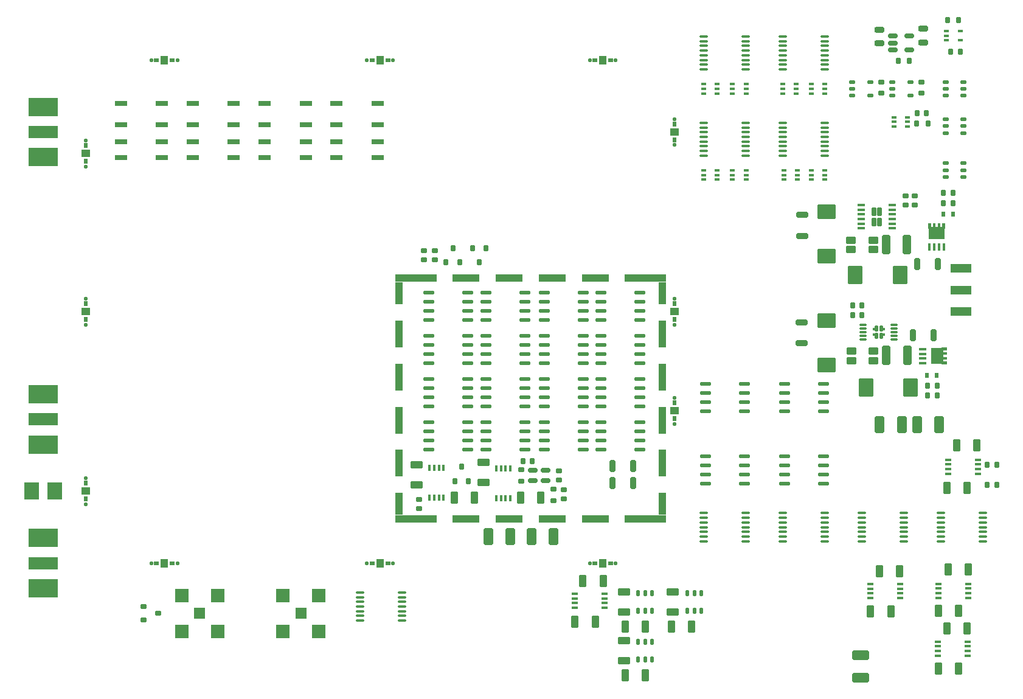
<source format=gtp>
%TF.GenerationSoftware,KiCad,Pcbnew,(6.0.11)*%
%TF.CreationDate,2023-08-11T21:29:26-04:00*%
%TF.ProjectId,1fNoiseAmplifierRev13,31664e6f-6973-4654-916d-706c69666965,rev?*%
%TF.SameCoordinates,Original*%
%TF.FileFunction,Paste,Top*%
%TF.FilePolarity,Positive*%
%FSLAX46Y46*%
G04 Gerber Fmt 4.6, Leading zero omitted, Abs format (unit mm)*
G04 Created by KiCad (PCBNEW (6.0.11)) date 2023-08-11 21:29:26*
%MOMM*%
%LPD*%
G01*
G04 APERTURE LIST*
G04 Aperture macros list*
%AMRoundRect*
0 Rectangle with rounded corners*
0 $1 Rounding radius*
0 $2 $3 $4 $5 $6 $7 $8 $9 X,Y pos of 4 corners*
0 Add a 4 corners polygon primitive as box body*
4,1,4,$2,$3,$4,$5,$6,$7,$8,$9,$2,$3,0*
0 Add four circle primitives for the rounded corners*
1,1,$1+$1,$2,$3*
1,1,$1+$1,$4,$5*
1,1,$1+$1,$6,$7*
1,1,$1+$1,$8,$9*
0 Add four rect primitives between the rounded corners*
20,1,$1+$1,$2,$3,$4,$5,0*
20,1,$1+$1,$4,$5,$6,$7,0*
20,1,$1+$1,$6,$7,$8,$9,0*
20,1,$1+$1,$8,$9,$2,$3,0*%
%AMFreePoly0*
4,1,21,1.372500,0.787500,0.862500,0.787500,0.862500,0.532500,1.372500,0.532500,1.372500,0.127500,0.862500,0.127500,0.862500,-0.127500,1.372500,-0.127500,1.372500,-0.532500,0.862500,-0.532500,0.862500,-0.787500,1.372500,-0.787500,1.372500,-1.195000,0.612500,-1.195000,0.612500,-1.117500,-0.862500,-1.117500,-0.862500,1.117500,0.612500,1.117500,0.612500,1.195000,1.372500,1.195000,
1.372500,0.787500,1.372500,0.787500,$1*%
G04 Aperture macros list end*
%ADD10R,0.650000X0.400000*%
%ADD11RoundRect,0.137500X-0.262500X-0.137500X0.262500X-0.137500X0.262500X0.137500X-0.262500X0.137500X0*%
%ADD12RoundRect,0.150000X-0.150000X-0.300000X0.150000X-0.300000X0.150000X0.300000X-0.150000X0.300000X0*%
%ADD13RoundRect,0.175000X0.275000X-0.175000X0.275000X0.175000X-0.275000X0.175000X-0.275000X-0.175000X0*%
%ADD14RoundRect,0.175000X0.175000X0.275000X-0.175000X0.275000X-0.175000X-0.275000X0.175000X-0.275000X0*%
%ADD15RoundRect,0.250000X-1.025000X0.787500X-1.025000X-0.787500X1.025000X-0.787500X1.025000X0.787500X0*%
%ADD16RoundRect,0.250000X0.325000X1.100000X-0.325000X1.100000X-0.325000X-1.100000X0.325000X-1.100000X0*%
%ADD17RoundRect,0.250000X-0.325000X-1.100000X0.325000X-1.100000X0.325000X1.100000X-0.325000X1.100000X0*%
%ADD18RoundRect,0.250000X1.025000X-0.787500X1.025000X0.787500X-1.025000X0.787500X-1.025000X-0.787500X0*%
%ADD19RoundRect,0.150000X0.300000X-0.150000X0.300000X0.150000X-0.300000X0.150000X-0.300000X-0.150000X0*%
%ADD20RoundRect,0.150000X-0.300000X0.150000X-0.300000X-0.150000X0.300000X-0.150000X0.300000X0.150000X0*%
%ADD21RoundRect,0.198450X0.464050X0.326550X-0.464050X0.326550X-0.464050X-0.326550X0.464050X-0.326550X0*%
%ADD22RoundRect,0.172500X0.172500X0.422500X-0.172500X0.422500X-0.172500X-0.422500X0.172500X-0.422500X0*%
%ADD23RoundRect,0.095000X0.405000X0.095000X-0.405000X0.095000X-0.405000X-0.095000X0.405000X-0.095000X0*%
%ADD24RoundRect,0.177778X-0.697222X0.222222X-0.697222X-0.222222X0.697222X-0.222222X0.697222X0.222222X0*%
%ADD25RoundRect,0.198450X-0.464050X-0.326550X0.464050X-0.326550X0.464050X0.326550X-0.464050X0.326550X0*%
%ADD26RoundRect,0.040000X0.210000X0.160000X-0.210000X0.160000X-0.210000X-0.160000X0.210000X-0.160000X0*%
%ADD27RoundRect,0.050000X0.200000X0.375000X-0.200000X0.375000X-0.200000X-0.375000X0.200000X-0.375000X0*%
%ADD28RoundRect,0.011600X0.458400X-0.108000X0.458400X0.108000X-0.458400X0.108000X-0.458400X-0.108000X0*%
%ADD29RoundRect,0.217391X-0.282609X-0.657609X0.282609X-0.657609X0.282609X0.657609X-0.282609X0.657609X0*%
%ADD30RoundRect,0.048000X0.202000X-0.192000X0.202000X0.192000X-0.202000X0.192000X-0.202000X-0.192000X0*%
%ADD31RoundRect,0.050000X0.200000X-0.300000X0.200000X0.300000X-0.200000X0.300000X-0.200000X-0.300000X0*%
%ADD32RoundRect,0.110000X0.490000X-0.440000X0.490000X0.440000X-0.490000X0.440000X-0.490000X-0.440000X0*%
%ADD33RoundRect,0.175000X-0.485000X0.175000X-0.485000X-0.175000X0.485000X-0.175000X0.485000X0.175000X0*%
%ADD34R,0.600000X0.700000*%
%ADD35RoundRect,0.080000X-0.350000X-0.100000X0.350000X-0.100000X0.350000X0.100000X-0.350000X0.100000X0*%
%ADD36R,1.800000X0.800000*%
%ADD37RoundRect,0.050000X-0.550000X-0.125000X0.550000X-0.125000X0.550000X0.125000X-0.550000X0.125000X0*%
%ADD38RoundRect,0.250000X0.412500X0.925000X-0.412500X0.925000X-0.412500X-0.925000X0.412500X-0.925000X0*%
%ADD39RoundRect,0.175000X-0.175000X-0.275000X0.175000X-0.275000X0.175000X0.275000X-0.175000X0.275000X0*%
%ADD40RoundRect,0.130000X-0.645000X-0.130000X0.645000X-0.130000X0.645000X0.130000X-0.645000X0.130000X0*%
%ADD41RoundRect,0.217391X0.657609X-0.282609X0.657609X0.282609X-0.657609X0.282609X-0.657609X-0.282609X0*%
%ADD42RoundRect,0.177778X0.222222X0.697222X-0.222222X0.697222X-0.222222X-0.697222X0.222222X-0.697222X0*%
%ADD43R,2.920000X1.270000*%
%ADD44RoundRect,0.217391X0.282609X0.657609X-0.282609X0.657609X-0.282609X-0.657609X0.282609X-0.657609X0*%
%ADD45RoundRect,0.130000X0.645000X0.130000X-0.645000X0.130000X-0.645000X-0.130000X0.645000X-0.130000X0*%
%ADD46RoundRect,0.080000X0.100000X-0.350000X0.100000X0.350000X-0.100000X0.350000X-0.100000X-0.350000X0*%
%ADD47RoundRect,0.050000X0.550000X0.125000X-0.550000X0.125000X-0.550000X-0.125000X0.550000X-0.125000X0*%
%ADD48R,1.000000X1.000000*%
%ADD49R,1.000000X3.140000*%
%ADD50R,3.800000X1.000000*%
%ADD51R,1.000000X3.800000*%
%ADD52R,4.720000X1.000000*%
%ADD53RoundRect,0.175000X-0.275000X-0.175000X0.275000X-0.175000X0.275000X0.175000X-0.275000X0.175000X0*%
%ADD54RoundRect,0.076000X-0.684000X-0.684000X0.684000X-0.684000X0.684000X0.684000X-0.684000X0.684000X0*%
%ADD55RoundRect,0.095500X-0.859500X-0.859500X0.859500X-0.859500X0.859500X0.859500X-0.859500X0.859500X0*%
%ADD56R,0.990000X0.405000*%
%ADD57FreePoly0,0.000000*%
%ADD58RoundRect,0.250000X-0.787500X-1.025000X0.787500X-1.025000X0.787500X1.025000X-0.787500X1.025000X0*%
%ADD59RoundRect,0.050000X-0.300000X-0.200000X0.300000X-0.200000X0.300000X0.200000X-0.300000X0.200000X0*%
%ADD60RoundRect,0.048000X-0.192000X-0.202000X0.192000X-0.202000X0.192000X0.202000X-0.192000X0.202000X0*%
%ADD61RoundRect,0.110000X-0.440000X-0.490000X0.440000X-0.490000X0.440000X0.490000X-0.440000X0.490000X0*%
%ADD62R,4.190000X1.780000*%
%ADD63R,4.190000X2.665000*%
%ADD64RoundRect,0.250000X-0.925000X0.412500X-0.925000X-0.412500X0.925000X-0.412500X0.925000X0.412500X0*%
%ADD65RoundRect,0.150000X0.150000X0.300000X-0.150000X0.300000X-0.150000X-0.300000X0.150000X-0.300000X0*%
%ADD66RoundRect,0.175000X0.175000X-0.275000X0.175000X0.275000X-0.175000X0.275000X-0.175000X-0.275000X0*%
%ADD67RoundRect,0.137500X0.137500X-0.262500X0.137500X0.262500X-0.137500X0.262500X-0.137500X-0.262500X0*%
%ADD68RoundRect,0.200000X0.475000X-0.200000X0.475000X0.200000X-0.475000X0.200000X-0.475000X-0.200000X0*%
%ADD69RoundRect,0.217391X-0.657609X0.282609X-0.657609X-0.282609X0.657609X-0.282609X0.657609X0.282609X0*%
%ADD70RoundRect,0.150000X-0.512500X-0.150000X0.512500X-0.150000X0.512500X0.150000X-0.512500X0.150000X0*%
%ADD71RoundRect,0.250000X-0.412500X-0.925000X0.412500X-0.925000X0.412500X0.925000X-0.412500X0.925000X0*%
%ADD72RoundRect,0.175000X-0.175000X0.275000X-0.175000X-0.275000X0.175000X-0.275000X0.175000X0.275000X0*%
%ADD73RoundRect,0.250000X0.787500X1.025000X-0.787500X1.025000X-0.787500X-1.025000X0.787500X-1.025000X0*%
%ADD74RoundRect,0.175000X-0.275000X0.175000X-0.275000X-0.175000X0.275000X-0.175000X0.275000X0.175000X0*%
%ADD75RoundRect,0.076000X-0.684000X0.684000X-0.684000X-0.684000X0.684000X-0.684000X0.684000X0.684000X0*%
%ADD76RoundRect,0.095500X-0.859500X0.859500X-0.859500X-0.859500X0.859500X-0.859500X0.859500X0.859500X0*%
%ADD77R,2.010000X2.390000*%
%ADD78R,0.405000X0.990000*%
%ADD79FreePoly0,90.000000*%
G04 APERTURE END LIST*
D10*
%TO.C,U28*%
X164286206Y-67629869D03*
X164286206Y-68279869D03*
X164286206Y-68929869D03*
X162386206Y-68929869D03*
X162386206Y-68279869D03*
X162386206Y-67629869D03*
%TD*%
D11*
%TO.C,U34*%
X162186206Y-62729869D03*
X162186206Y-63679869D03*
X162186206Y-64629869D03*
X164686206Y-64629869D03*
X164686206Y-62729869D03*
%TD*%
%TO.C,U33*%
X156586206Y-62729869D03*
X156586206Y-63679869D03*
X156586206Y-64629869D03*
X159086206Y-64629869D03*
X159086206Y-62729869D03*
%TD*%
D12*
%TO.C,R24*%
X165586206Y-67079869D03*
X166886206Y-67079869D03*
%TD*%
D13*
%TO.C,C42*%
X160636206Y-64254869D03*
X160636206Y-62704869D03*
%TD*%
%TO.C,C43*%
X166236206Y-64254869D03*
X166236206Y-62704869D03*
%TD*%
D14*
%TO.C,C41*%
X167111206Y-68479869D03*
X165561206Y-68479869D03*
%TD*%
D15*
%TO.C,C32*%
X153011206Y-95917369D03*
X153011206Y-102142369D03*
%TD*%
D16*
%TO.C,C34*%
X164286206Y-100729869D03*
X161336206Y-100729869D03*
%TD*%
D17*
%TO.C,C40*%
X161266206Y-85379869D03*
X164216206Y-85379869D03*
%TD*%
D18*
%TO.C,C38*%
X153041206Y-86992369D03*
X153041206Y-80767369D03*
%TD*%
D19*
%TO.C,R22*%
X163991206Y-79879869D03*
X163991206Y-78579869D03*
%TD*%
D12*
%TO.C,R15*%
X156611206Y-93807369D03*
X157911206Y-93807369D03*
%TD*%
%TO.C,R14*%
X156611206Y-95179869D03*
X157911206Y-95179869D03*
%TD*%
D20*
%TO.C,R21*%
X165311206Y-78579869D03*
X165311206Y-79879869D03*
%TD*%
D12*
%TO.C,R12*%
X167086206Y-106379869D03*
X168386206Y-106379869D03*
%TD*%
%TO.C,R23*%
X169286206Y-78179869D03*
X170586206Y-78179869D03*
%TD*%
D21*
%TO.C,C39*%
X159478706Y-86029869D03*
X159478706Y-84729869D03*
X156403706Y-86029869D03*
X156403706Y-84729869D03*
%TD*%
D22*
%TO.C,U21*%
X159581206Y-80769869D03*
X160401206Y-82189869D03*
X160401206Y-80769869D03*
X159581206Y-82189869D03*
D23*
X162141206Y-83104869D03*
X162141206Y-82454869D03*
X162141206Y-81804869D03*
X162141206Y-81154869D03*
X162141206Y-80504869D03*
X162141206Y-79854869D03*
X157841206Y-79854869D03*
X157841206Y-80504869D03*
X157841206Y-81154869D03*
X157841206Y-81804869D03*
X157841206Y-82454869D03*
X157841206Y-83104869D03*
%TD*%
D24*
%TO.C,R19*%
X149611206Y-81229869D03*
X149611206Y-84129869D03*
%TD*%
%TO.C,R13*%
X149561206Y-96182369D03*
X149561206Y-99082369D03*
%TD*%
D25*
%TO.C,C33*%
X156473706Y-100179869D03*
X156473706Y-101479869D03*
X159548706Y-100179869D03*
X159548706Y-101479869D03*
%TD*%
D26*
%TO.C,U20*%
X160836206Y-97904869D03*
D27*
X160586206Y-98029869D03*
X159936206Y-97029869D03*
D26*
X159711206Y-97154869D03*
D27*
X160586206Y-97029869D03*
D26*
X160836206Y-97154869D03*
X159711206Y-97904869D03*
D27*
X159936206Y-98029869D03*
D28*
X162411206Y-98529869D03*
X162411206Y-98029869D03*
X162411206Y-97529869D03*
X162411206Y-97029869D03*
X162411206Y-96529869D03*
X158111206Y-96529869D03*
X158111206Y-97029869D03*
X158111206Y-97529869D03*
X158111206Y-98029869D03*
X158111206Y-98529869D03*
%TD*%
D29*
%TO.C,C8*%
X131391832Y-138479869D03*
X134191832Y-138479869D03*
%TD*%
D30*
%TO.C,J18*%
X131836206Y-71489869D03*
D31*
X131836206Y-70779869D03*
D30*
X131836206Y-67869869D03*
D32*
X131836206Y-69679869D03*
D31*
X131836206Y-68579869D03*
%TD*%
D33*
%TO.C,R4*%
X113910142Y-116729869D03*
X113910142Y-118229869D03*
%TD*%
D34*
%TO.C,D3*%
X168336206Y-103579869D03*
X166936206Y-103579869D03*
%TD*%
D35*
%TO.C,U7*%
X159061206Y-132604869D03*
X159061206Y-133254869D03*
X159061206Y-133904869D03*
X159061206Y-134554869D03*
X163211206Y-134554869D03*
X163211206Y-133904869D03*
X163211206Y-133254869D03*
X163211206Y-132604869D03*
%TD*%
%TO.C,U2*%
X168486206Y-140604869D03*
X168486206Y-141254869D03*
X168486206Y-141904869D03*
X168486206Y-142554869D03*
X172636206Y-142554869D03*
X172636206Y-141904869D03*
X172636206Y-141254869D03*
X172636206Y-140604869D03*
%TD*%
D36*
%TO.C,K1*%
X54786206Y-65679869D03*
X54786206Y-68679869D03*
X54786206Y-71079869D03*
X54786206Y-73279869D03*
X60486206Y-73279869D03*
X60486206Y-71079869D03*
X60486206Y-68679869D03*
X60486206Y-65679869D03*
%TD*%
D37*
%TO.C,U12*%
X168936206Y-122729869D03*
X168936206Y-123379869D03*
X168936206Y-124029869D03*
X168936206Y-124679869D03*
X168936206Y-125329869D03*
X168936206Y-125979869D03*
X168936206Y-126629869D03*
X174736206Y-126629869D03*
X174736206Y-125979869D03*
X174736206Y-125329869D03*
X174736206Y-124679869D03*
X174736206Y-124029869D03*
X174736206Y-123379869D03*
X174736206Y-122729869D03*
%TD*%
D38*
%TO.C,C30*%
X168673706Y-110379869D03*
X165598706Y-110379869D03*
%TD*%
D39*
%TO.C,C46*%
X162961206Y-59779869D03*
X164511206Y-59779869D03*
%TD*%
D37*
%TO.C,U26*%
X135936206Y-68404869D03*
X135936206Y-69054869D03*
X135936206Y-69704869D03*
X135936206Y-70354869D03*
X135936206Y-71004869D03*
X135936206Y-71654869D03*
X135936206Y-72304869D03*
X135936206Y-72954869D03*
X141736206Y-72954869D03*
X141736206Y-72304869D03*
X141736206Y-71654869D03*
X141736206Y-71004869D03*
X141736206Y-70354869D03*
X141736206Y-69704869D03*
X141736206Y-69054869D03*
X141736206Y-68404869D03*
%TD*%
D40*
%TO.C,Q7*%
X113710142Y-104074869D03*
X113710142Y-105344869D03*
X113710142Y-106614869D03*
X113710142Y-107884869D03*
X119110142Y-107884869D03*
X119110142Y-106614869D03*
X119110142Y-105344869D03*
X119110142Y-104074869D03*
%TD*%
D41*
%TO.C,C7*%
X124836206Y-143279869D03*
X124836206Y-140479869D03*
%TD*%
D20*
%TO.C,C36*%
X98436206Y-86179869D03*
X98436206Y-87479869D03*
%TD*%
D37*
%TO.C,U35*%
X135936206Y-56404869D03*
X135936206Y-57054869D03*
X135936206Y-57704869D03*
X135936206Y-58354869D03*
X135936206Y-59004869D03*
X135936206Y-59654869D03*
X135936206Y-60304869D03*
X135936206Y-60954869D03*
X141736206Y-60954869D03*
X141736206Y-60304869D03*
X141736206Y-59654869D03*
X141736206Y-59004869D03*
X141736206Y-58354869D03*
X141736206Y-57704869D03*
X141736206Y-57054869D03*
X141736206Y-56404869D03*
%TD*%
D10*
%TO.C,U30*%
X141786206Y-64329869D03*
X141786206Y-63679869D03*
X141786206Y-63029869D03*
X139886206Y-63029869D03*
X139886206Y-63679869D03*
X139886206Y-64329869D03*
%TD*%
D42*
%TO.C,R18*%
X168486206Y-88079869D03*
X165586206Y-88079869D03*
%TD*%
D43*
%TO.C,J15*%
X171716206Y-88679869D03*
X171716206Y-91679869D03*
X171716206Y-94679869D03*
%TD*%
D44*
%TO.C,C15*%
X161936206Y-136429869D03*
X159136206Y-136429869D03*
%TD*%
D34*
%TO.C,D4*%
X170636206Y-81079869D03*
X169236206Y-81079869D03*
%TD*%
D45*
%TO.C,Q15*%
X111010142Y-95884869D03*
X111010142Y-94614869D03*
X111010142Y-93344869D03*
X111010142Y-92074869D03*
X105610142Y-92074869D03*
X105610142Y-93344869D03*
X105610142Y-94614869D03*
X105610142Y-95884869D03*
%TD*%
D46*
%TO.C,U14*%
X107035142Y-120654869D03*
X107685142Y-120654869D03*
X108335142Y-120654869D03*
X108985142Y-120654869D03*
X108985142Y-116504869D03*
X108335142Y-116504869D03*
X107685142Y-116504869D03*
X107035142Y-116504869D03*
%TD*%
D35*
%TO.C,U8*%
X168561206Y-132554869D03*
X168561206Y-133204869D03*
X168561206Y-133854869D03*
X168561206Y-134504869D03*
X172711206Y-134504869D03*
X172711206Y-133854869D03*
X172711206Y-133204869D03*
X172711206Y-132554869D03*
%TD*%
D31*
%TO.C,J13*%
X49836206Y-93579869D03*
D32*
X49836206Y-94679869D03*
D31*
X49836206Y-95779869D03*
D30*
X49836206Y-96489869D03*
X49836206Y-92869869D03*
%TD*%
D47*
%TO.C,U3*%
X93886206Y-137679869D03*
X93886206Y-137029869D03*
X93886206Y-136379869D03*
X93886206Y-135729869D03*
X93886206Y-135079869D03*
X93886206Y-134429869D03*
X93886206Y-133779869D03*
X88086206Y-133779869D03*
X88086206Y-134429869D03*
X88086206Y-135079869D03*
X88086206Y-135729869D03*
X88086206Y-136379869D03*
X88086206Y-137029869D03*
X88086206Y-137679869D03*
%TD*%
D10*
%TO.C,U25*%
X152786206Y-76329869D03*
X152786206Y-75679869D03*
X152786206Y-75029869D03*
X150886206Y-75029869D03*
X150886206Y-75679869D03*
X150886206Y-76329869D03*
%TD*%
D48*
%TO.C,J10*%
X130136208Y-90039869D03*
D49*
X93496208Y-121449869D03*
D50*
X108816208Y-90039869D03*
X114816208Y-90039869D03*
D51*
X130136208Y-109779869D03*
X93496208Y-103779869D03*
X93496208Y-109779869D03*
X93496208Y-115779869D03*
D50*
X114816208Y-123519869D03*
D49*
X130136208Y-92109869D03*
D51*
X130136208Y-103779869D03*
D48*
X93496208Y-123519869D03*
D52*
X96356208Y-123519869D03*
D48*
X130136208Y-123519869D03*
D50*
X120816208Y-90039869D03*
D49*
X93496208Y-92109869D03*
D50*
X102816208Y-123519869D03*
D51*
X130136208Y-115779869D03*
D48*
X93496208Y-90039869D03*
D52*
X127276208Y-123519869D03*
D50*
X108816208Y-123519869D03*
D51*
X93496208Y-97779869D03*
X130136208Y-97779869D03*
D49*
X130136208Y-121449869D03*
D50*
X102816208Y-90039869D03*
D52*
X96356208Y-90039869D03*
X127276208Y-90039869D03*
D50*
X120816208Y-123519869D03*
%TD*%
D40*
%TO.C,U15*%
X136136206Y-114774869D03*
X136136206Y-116044869D03*
X136136206Y-117314869D03*
X136136206Y-118584869D03*
X141536206Y-118584869D03*
X141536206Y-117314869D03*
X141536206Y-116044869D03*
X141536206Y-114774869D03*
%TD*%
D53*
%TO.C,D1*%
X57936206Y-135729869D03*
X57936206Y-137629869D03*
X59936206Y-136679869D03*
%TD*%
D19*
%TO.C,R3*%
X116410142Y-120729869D03*
X116410142Y-119429869D03*
%TD*%
D36*
%TO.C,K3*%
X74786206Y-65679869D03*
X74786206Y-68679869D03*
X74786206Y-71079869D03*
X74786206Y-73279869D03*
X80486206Y-73279869D03*
X80486206Y-71079869D03*
X80486206Y-68679869D03*
X80486206Y-65679869D03*
%TD*%
D54*
%TO.C,J2*%
X79836206Y-136679869D03*
D55*
X77336206Y-139179869D03*
X77336206Y-134179869D03*
X82336206Y-139179869D03*
X82336206Y-134179869D03*
%TD*%
D56*
%TO.C,Q13*%
X166401206Y-99889869D03*
X166401206Y-100549869D03*
X166401206Y-101209869D03*
X166401206Y-101869869D03*
D57*
X168393706Y-100879869D03*
%TD*%
D58*
%TO.C,C37*%
X156998706Y-89579869D03*
X163223706Y-89579869D03*
%TD*%
D40*
%TO.C,U19*%
X147136206Y-104774869D03*
X147136206Y-106044869D03*
X147136206Y-107314869D03*
X147136206Y-108584869D03*
X152536206Y-108584869D03*
X152536206Y-107314869D03*
X152536206Y-106044869D03*
X152536206Y-104774869D03*
%TD*%
D59*
%TO.C,J21*%
X59736206Y-59679869D03*
X61936206Y-59679869D03*
D60*
X59026206Y-59679869D03*
X62646206Y-59679869D03*
D61*
X60836206Y-59679869D03*
%TD*%
D29*
%TO.C,C20*%
X101210142Y-120579869D03*
X104010142Y-120579869D03*
%TD*%
D62*
%TO.C,J4*%
X43936206Y-129679869D03*
D63*
X43936206Y-126187369D03*
X43936206Y-133172369D03*
%TD*%
D44*
%TO.C,C24*%
X172586206Y-119229869D03*
X169786206Y-119229869D03*
%TD*%
D11*
%TO.C,D7*%
X169586206Y-62729869D03*
X169586206Y-63679869D03*
X169586206Y-64629869D03*
X172086206Y-64629869D03*
X172086206Y-63679869D03*
X172086206Y-62729869D03*
%TD*%
D64*
%TO.C,C2*%
X157736206Y-142542369D03*
X157736206Y-145617369D03*
%TD*%
D40*
%TO.C,Q9*%
X97610142Y-98074869D03*
X97610142Y-99344869D03*
X97610142Y-100614869D03*
X97610142Y-101884869D03*
X103010142Y-101884869D03*
X103010142Y-100614869D03*
X103010142Y-99344869D03*
X103010142Y-98074869D03*
%TD*%
D65*
%TO.C,R10*%
X176686206Y-115979869D03*
X175386206Y-115979869D03*
%TD*%
%TO.C,R11*%
X168386206Y-104979869D03*
X167086206Y-104979869D03*
%TD*%
D29*
%TO.C,C6*%
X124936206Y-138479869D03*
X127736206Y-138479869D03*
%TD*%
D46*
%TO.C,U13*%
X97735142Y-120554869D03*
X98385142Y-120554869D03*
X99035142Y-120554869D03*
X99685142Y-120554869D03*
X99685142Y-116404869D03*
X99035142Y-116404869D03*
X98385142Y-116404869D03*
X97735142Y-116404869D03*
%TD*%
D44*
%TO.C,C16*%
X171411206Y-136304869D03*
X168611206Y-136304869D03*
%TD*%
D19*
%TO.C,R1*%
X96316208Y-122129869D03*
X96316208Y-120829869D03*
%TD*%
D59*
%TO.C,J6*%
X91936206Y-129679869D03*
X89736206Y-129679869D03*
D61*
X90836206Y-129679869D03*
D60*
X89026206Y-129679869D03*
X92646206Y-129679869D03*
%TD*%
%TO.C,J23*%
X120026206Y-59679869D03*
D61*
X121836206Y-59679869D03*
D59*
X122936206Y-59679869D03*
X120736206Y-59679869D03*
D60*
X123646206Y-59679869D03*
%TD*%
D65*
%TO.C,R7*%
X176686206Y-118779869D03*
X175386206Y-118779869D03*
%TD*%
D40*
%TO.C,Q11*%
X113710142Y-98074869D03*
X113710142Y-99344869D03*
X113710142Y-100614869D03*
X113710142Y-101884869D03*
X119110142Y-101884869D03*
X119110142Y-100614869D03*
X119110142Y-99344869D03*
X119110142Y-98074869D03*
%TD*%
D10*
%TO.C,U31*%
X148786206Y-64329869D03*
X148786206Y-63679869D03*
X148786206Y-63029869D03*
X146886206Y-63029869D03*
X146886206Y-63679869D03*
X146886206Y-64329869D03*
%TD*%
D60*
%TO.C,J7*%
X120026206Y-129679869D03*
D59*
X120736206Y-129679869D03*
X122936206Y-129679869D03*
D61*
X121836206Y-129679869D03*
D60*
X123646206Y-129679869D03*
%TD*%
D45*
%TO.C,Q6*%
X111010142Y-107884869D03*
X111010142Y-106614869D03*
X111010142Y-105344869D03*
X111010142Y-104074869D03*
X105610142Y-104074869D03*
X105610142Y-105344869D03*
X105610142Y-106614869D03*
X105610142Y-107884869D03*
%TD*%
D42*
%TO.C,R6*%
X126066208Y-118579869D03*
X123166208Y-118579869D03*
%TD*%
D66*
%TO.C,RN1*%
X101260142Y-118279869D03*
X103160142Y-118279869D03*
X102210142Y-116279869D03*
%TD*%
D29*
%TO.C,C10*%
X169761206Y-138779869D03*
X172561206Y-138779869D03*
%TD*%
D33*
%TO.C,R2*%
X112110142Y-116729869D03*
X112110142Y-118229869D03*
%TD*%
D67*
%TO.C,U6*%
X133641832Y-136329869D03*
X134591832Y-136329869D03*
X135541832Y-136329869D03*
X135541832Y-133829869D03*
X134591832Y-133829869D03*
X133641832Y-133829869D03*
%TD*%
D10*
%TO.C,U23*%
X137786206Y-76329869D03*
X137786206Y-75679869D03*
X137786206Y-75029869D03*
X135886206Y-75029869D03*
X135886206Y-75679869D03*
X135886206Y-76329869D03*
%TD*%
D40*
%TO.C,U16*%
X147136206Y-114774869D03*
X147136206Y-116044869D03*
X147136206Y-117314869D03*
X147136206Y-118584869D03*
X152536206Y-118584869D03*
X152536206Y-117314869D03*
X152536206Y-116044869D03*
X152536206Y-114774869D03*
%TD*%
D45*
%TO.C,Q10*%
X111010142Y-101884869D03*
X111010142Y-100614869D03*
X111010142Y-99344869D03*
X111010142Y-98074869D03*
X105610142Y-98074869D03*
X105610142Y-99344869D03*
X105610142Y-100614869D03*
X105610142Y-101884869D03*
%TD*%
D68*
%TO.C,C44*%
X160336206Y-57329869D03*
X160336206Y-55429869D03*
%TD*%
D39*
%TO.C,C47*%
X169861206Y-54079869D03*
X171411206Y-54079869D03*
%TD*%
D40*
%TO.C,Q5*%
X97610142Y-104074869D03*
X97610142Y-105344869D03*
X97610142Y-106614869D03*
X97610142Y-107884869D03*
X103010142Y-107884869D03*
X103010142Y-106614869D03*
X103010142Y-105344869D03*
X103010142Y-104074869D03*
%TD*%
%TO.C,U18*%
X136136206Y-104774869D03*
X136136206Y-106044869D03*
X136136206Y-107314869D03*
X136136206Y-108584869D03*
X141536206Y-108584869D03*
X141536206Y-107314869D03*
X141536206Y-106044869D03*
X141536206Y-104774869D03*
%TD*%
D36*
%TO.C,K2*%
X64786206Y-65679869D03*
X64786206Y-68679869D03*
X64786206Y-71079869D03*
X64786206Y-73279869D03*
X70486206Y-73279869D03*
X70486206Y-71079869D03*
X70486206Y-68679869D03*
X70486206Y-65679869D03*
%TD*%
D67*
%TO.C,U5*%
X126786206Y-136329869D03*
X127736206Y-136329869D03*
X128686206Y-136329869D03*
X128686206Y-133829869D03*
X127736206Y-133829869D03*
X126786206Y-133829869D03*
%TD*%
D69*
%TO.C,C27*%
X105210142Y-115679869D03*
X105210142Y-118479869D03*
%TD*%
D10*
%TO.C,U38*%
X169686206Y-55629869D03*
X169686206Y-56279869D03*
X169686206Y-56929869D03*
X171586206Y-56929869D03*
X171586206Y-55629869D03*
%TD*%
D36*
%TO.C,K4*%
X84786206Y-65679869D03*
X84786206Y-68679869D03*
X84786206Y-71079869D03*
X84786206Y-73279869D03*
X90486206Y-73279869D03*
X90486206Y-71079869D03*
X90486206Y-68679869D03*
X90486206Y-65679869D03*
%TD*%
D70*
%TO.C,U37*%
X162262500Y-56350000D03*
X162262500Y-57300000D03*
X162262500Y-58250000D03*
X164537500Y-58250000D03*
X164537500Y-56350000D03*
%TD*%
D31*
%TO.C,J8*%
X49836206Y-120779869D03*
D30*
X49836206Y-117869869D03*
D31*
X49836206Y-118579869D03*
D30*
X49836206Y-121489869D03*
D32*
X49836206Y-119679869D03*
%TD*%
D29*
%TO.C,C11*%
X119086206Y-132179869D03*
X121886206Y-132179869D03*
%TD*%
D71*
%TO.C,C18*%
X105898706Y-125979869D03*
X108973706Y-125979869D03*
%TD*%
D59*
%TO.C,J5*%
X61936206Y-129679869D03*
D60*
X62646206Y-129679869D03*
D61*
X60836206Y-129679869D03*
D59*
X59736206Y-129679869D03*
D60*
X59026206Y-129679869D03*
%TD*%
D68*
%TO.C,C45*%
X166436206Y-57229869D03*
X166436206Y-55329869D03*
%TD*%
D62*
%TO.C,J9*%
X43936206Y-109679869D03*
D63*
X43936206Y-113172369D03*
X43936206Y-106187369D03*
%TD*%
D42*
%TO.C,R9*%
X126060142Y-116179869D03*
X123160142Y-116179869D03*
%TD*%
D72*
%TO.C,Q19*%
X105586206Y-85829869D03*
X103686206Y-85829869D03*
X104636206Y-87829869D03*
%TD*%
D11*
%TO.C,D6*%
X169586206Y-67929869D03*
X169586206Y-68879869D03*
X169586206Y-69829869D03*
X172086206Y-69829869D03*
X172086206Y-68879869D03*
X172086206Y-67929869D03*
%TD*%
D32*
%TO.C,J14*%
X131836206Y-94679869D03*
D30*
X131836206Y-92869869D03*
D31*
X131836206Y-95779869D03*
X131836206Y-93579869D03*
D30*
X131836206Y-96489869D03*
%TD*%
D40*
%TO.C,Q3*%
X113710142Y-110074869D03*
X113710142Y-111344869D03*
X113710142Y-112614869D03*
X113710142Y-113884869D03*
X119110142Y-113884869D03*
X119110142Y-112614869D03*
X119110142Y-111344869D03*
X119110142Y-110074869D03*
%TD*%
D10*
%TO.C,U32*%
X152786206Y-64329869D03*
X152786206Y-63679869D03*
X152786206Y-63029869D03*
X150886206Y-63029869D03*
X150886206Y-63679869D03*
X150886206Y-64329869D03*
%TD*%
D42*
%TO.C,R16*%
X167886206Y-97979869D03*
X164986206Y-97979869D03*
%TD*%
D45*
%TO.C,Q17*%
X127010142Y-95884869D03*
X127010142Y-94614869D03*
X127010142Y-93344869D03*
X127010142Y-92074869D03*
X121610142Y-92074869D03*
X121610142Y-93344869D03*
X121610142Y-94614869D03*
X121610142Y-95884869D03*
%TD*%
D66*
%TO.C,Q18*%
X100036206Y-87829869D03*
X101936206Y-87829869D03*
X100986206Y-85829869D03*
%TD*%
D12*
%TO.C,R8*%
X110760142Y-115479869D03*
X112060142Y-115479869D03*
%TD*%
D73*
%TO.C,C29*%
X164723706Y-105279869D03*
X158498706Y-105279869D03*
%TD*%
D29*
%TO.C,C1*%
X124936206Y-145279869D03*
X127736206Y-145279869D03*
%TD*%
D45*
%TO.C,Q12*%
X127010142Y-101884869D03*
X127010142Y-100614869D03*
X127010142Y-99344869D03*
X127010142Y-98074869D03*
X121610142Y-98074869D03*
X121610142Y-99344869D03*
X121610142Y-100614869D03*
X121610142Y-101884869D03*
%TD*%
D10*
%TO.C,U24*%
X148936206Y-76329869D03*
X148936206Y-75679869D03*
X148936206Y-75029869D03*
X147036206Y-75029869D03*
X147036206Y-75679869D03*
X147036206Y-76329869D03*
%TD*%
D74*
%TO.C,C22*%
X115010142Y-119404869D03*
X115010142Y-120954869D03*
%TD*%
D29*
%TO.C,C14*%
X160336206Y-130779869D03*
X163136206Y-130779869D03*
%TD*%
D44*
%TO.C,C3*%
X171361206Y-144379869D03*
X168561206Y-144379869D03*
%TD*%
D10*
%TO.C,U22*%
X141786206Y-76329869D03*
X141786206Y-75679869D03*
X141786206Y-75029869D03*
X139886206Y-75029869D03*
X139886206Y-75679869D03*
X139886206Y-76329869D03*
%TD*%
D37*
%TO.C,U11*%
X157936206Y-122729869D03*
X157936206Y-123379869D03*
X157936206Y-124029869D03*
X157936206Y-124679869D03*
X157936206Y-125329869D03*
X157936206Y-125979869D03*
X157936206Y-126629869D03*
X163736206Y-126629869D03*
X163736206Y-125979869D03*
X163736206Y-125329869D03*
X163736206Y-124679869D03*
X163736206Y-124029869D03*
X163736206Y-123379869D03*
X163736206Y-122729869D03*
%TD*%
D45*
%TO.C,Q8*%
X127010142Y-107884869D03*
X127010142Y-106614869D03*
X127010142Y-105344869D03*
X127010142Y-104074869D03*
X121610142Y-104074869D03*
X121610142Y-105344869D03*
X121610142Y-106614869D03*
X121610142Y-107884869D03*
%TD*%
%TO.C,Q4*%
X127010142Y-113884869D03*
X127010142Y-112614869D03*
X127010142Y-111344869D03*
X127010142Y-110074869D03*
X121610142Y-110074869D03*
X121610142Y-111344869D03*
X121610142Y-112614869D03*
X121610142Y-113884869D03*
%TD*%
D38*
%TO.C,C31*%
X163473706Y-110379869D03*
X160398706Y-110379869D03*
%TD*%
D29*
%TO.C,C28*%
X171136206Y-113279869D03*
X173936206Y-113279869D03*
%TD*%
D11*
%TO.C,D5*%
X169586206Y-74029869D03*
X169586206Y-74979869D03*
X169586206Y-75929869D03*
X172086206Y-75929869D03*
X172086206Y-74979869D03*
X172086206Y-74029869D03*
%TD*%
D10*
%TO.C,U29*%
X137786206Y-64329869D03*
X137786206Y-63679869D03*
X137786206Y-63029869D03*
X135886206Y-63029869D03*
X135886206Y-63679869D03*
X135886206Y-64329869D03*
%TD*%
D65*
%TO.C,R25*%
X171586206Y-58479869D03*
X170286206Y-58479869D03*
%TD*%
D40*
%TO.C,Q16*%
X113710142Y-92074869D03*
X113710142Y-93344869D03*
X113710142Y-94614869D03*
X113710142Y-95884869D03*
X119110142Y-95884869D03*
X119110142Y-94614869D03*
X119110142Y-93344869D03*
X119110142Y-92074869D03*
%TD*%
D44*
%TO.C,C5*%
X120786206Y-137829869D03*
X117986206Y-137829869D03*
%TD*%
D20*
%TO.C,R5*%
X115710142Y-116829869D03*
X115710142Y-118129869D03*
%TD*%
D37*
%TO.C,U10*%
X146936206Y-122729869D03*
X146936206Y-123379869D03*
X146936206Y-124029869D03*
X146936206Y-124679869D03*
X146936206Y-125329869D03*
X146936206Y-125979869D03*
X146936206Y-126629869D03*
X152736206Y-126629869D03*
X152736206Y-125979869D03*
X152736206Y-125329869D03*
X152736206Y-124679869D03*
X152736206Y-124029869D03*
X152736206Y-123379869D03*
X152736206Y-122729869D03*
%TD*%
D13*
%TO.C,C21*%
X110510142Y-118254869D03*
X110510142Y-116704869D03*
%TD*%
D19*
%TO.C,R17*%
X96936206Y-87479869D03*
X96936206Y-86179869D03*
%TD*%
D37*
%TO.C,U27*%
X146936206Y-68404869D03*
X146936206Y-69054869D03*
X146936206Y-69704869D03*
X146936206Y-70354869D03*
X146936206Y-71004869D03*
X146936206Y-71654869D03*
X146936206Y-72304869D03*
X146936206Y-72954869D03*
X152736206Y-72954869D03*
X152736206Y-72304869D03*
X152736206Y-71654869D03*
X152736206Y-71004869D03*
X152736206Y-70354869D03*
X152736206Y-69704869D03*
X152736206Y-69054869D03*
X152736206Y-68404869D03*
%TD*%
D75*
%TO.C,J1*%
X65736206Y-136679869D03*
D76*
X63236206Y-134179869D03*
X63236206Y-139179869D03*
X68236206Y-134179869D03*
X68236206Y-139179869D03*
%TD*%
D40*
%TO.C,Q14*%
X97610142Y-92074869D03*
X97610142Y-93344869D03*
X97610142Y-94614869D03*
X97610142Y-95884869D03*
X103010142Y-95884869D03*
X103010142Y-94614869D03*
X103010142Y-93344869D03*
X103010142Y-92074869D03*
%TD*%
D69*
%TO.C,C26*%
X95910142Y-116029869D03*
X95910142Y-118829869D03*
%TD*%
D40*
%TO.C,Q1*%
X97610142Y-110074869D03*
X97610142Y-111344869D03*
X97610142Y-112614869D03*
X97610142Y-113884869D03*
X103010142Y-113884869D03*
X103010142Y-112614869D03*
X103010142Y-111344869D03*
X103010142Y-110074869D03*
%TD*%
D41*
%TO.C,C13*%
X131591832Y-136479869D03*
X131591832Y-133679869D03*
%TD*%
D45*
%TO.C,Q2*%
X111010142Y-113884869D03*
X111010142Y-112614869D03*
X111010142Y-111344869D03*
X111010142Y-110074869D03*
X105610142Y-110074869D03*
X105610142Y-111344869D03*
X105610142Y-112614869D03*
X105610142Y-113884869D03*
%TD*%
D77*
%TO.C,D2*%
X45536206Y-119679869D03*
X42336206Y-119679869D03*
%TD*%
D60*
%TO.C,J22*%
X92646206Y-59679869D03*
D59*
X89736206Y-59679869D03*
X91936206Y-59679869D03*
D61*
X90836206Y-59679869D03*
D60*
X89026206Y-59679869D03*
%TD*%
D29*
%TO.C,C17*%
X169911206Y-130604869D03*
X172711206Y-130604869D03*
%TD*%
D37*
%TO.C,U36*%
X146936206Y-56404869D03*
X146936206Y-57054869D03*
X146936206Y-57704869D03*
X146936206Y-58354869D03*
X146936206Y-59004869D03*
X146936206Y-59654869D03*
X146936206Y-60304869D03*
X146936206Y-60954869D03*
X152736206Y-60954869D03*
X152736206Y-60304869D03*
X152736206Y-59654869D03*
X152736206Y-59004869D03*
X152736206Y-58354869D03*
X152736206Y-57704869D03*
X152736206Y-57054869D03*
X152736206Y-56404869D03*
%TD*%
D41*
%TO.C,C12*%
X124836206Y-136479869D03*
X124836206Y-133679869D03*
%TD*%
D29*
%TO.C,C23*%
X110410142Y-120579869D03*
X113210142Y-120579869D03*
%TD*%
D31*
%TO.C,J17*%
X49836206Y-73779869D03*
D32*
X49836206Y-72679869D03*
D31*
X49836206Y-71579869D03*
D30*
X49836206Y-70869869D03*
X49836206Y-74489869D03*
%TD*%
D38*
%TO.C,C19*%
X114973706Y-125979869D03*
X111898706Y-125979869D03*
%TD*%
D62*
%TO.C,J16*%
X43936206Y-69679869D03*
D63*
X43936206Y-73172369D03*
X43936206Y-66187369D03*
%TD*%
D35*
%TO.C,U4*%
X117911206Y-133954869D03*
X117911206Y-134604869D03*
X117911206Y-135254869D03*
X117911206Y-135904869D03*
X122061206Y-135904869D03*
X122061206Y-135254869D03*
X122061206Y-134604869D03*
X122061206Y-133954869D03*
%TD*%
D37*
%TO.C,U9*%
X135936206Y-122729869D03*
X135936206Y-123379869D03*
X135936206Y-124029869D03*
X135936206Y-124679869D03*
X135936206Y-125329869D03*
X135936206Y-125979869D03*
X135936206Y-126629869D03*
X141736206Y-126629869D03*
X141736206Y-125979869D03*
X141736206Y-125329869D03*
X141736206Y-124679869D03*
X141736206Y-124029869D03*
X141736206Y-123379869D03*
X141736206Y-122729869D03*
%TD*%
D65*
%TO.C,R20*%
X170586206Y-79579869D03*
X169286206Y-79579869D03*
%TD*%
D30*
%TO.C,J11*%
X131836206Y-106669869D03*
D31*
X131836206Y-107379869D03*
D32*
X131836206Y-108479869D03*
D30*
X131836206Y-110289869D03*
D31*
X131836206Y-109579869D03*
%TD*%
D35*
%TO.C,U17*%
X169961206Y-115304869D03*
X169961206Y-115954869D03*
X169961206Y-116604869D03*
X169961206Y-117254869D03*
X174111206Y-117254869D03*
X174111206Y-116604869D03*
X174111206Y-115954869D03*
X174111206Y-115304869D03*
%TD*%
D67*
%TO.C,U1*%
X126786206Y-143129869D03*
X127736206Y-143129869D03*
X128686206Y-143129869D03*
X128686206Y-140629869D03*
X127736206Y-140629869D03*
X126786206Y-140629869D03*
%TD*%
D78*
%TO.C,Q20*%
X167346206Y-85714869D03*
X168006206Y-85714869D03*
X168666206Y-85714869D03*
X169326206Y-85714869D03*
D79*
X168336206Y-83722369D03*
%TD*%
M02*

</source>
